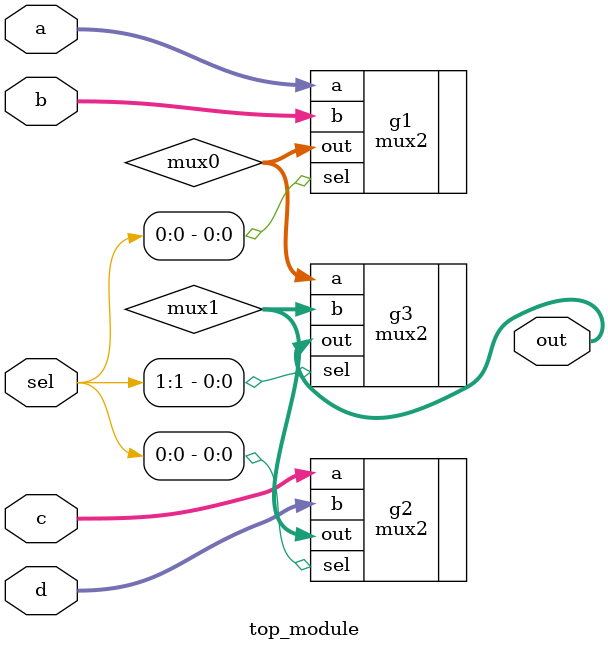
<source format=v>
module top_module (
    input [1:0] sel,
    input [7:0] a,
    input [7:0] b,
    input [7:0] c,
    input [7:0] d,
    output reg [7:0] out
);

    wire [7:0] mux0, mux1;
    mux2 g1 (.sel(sel[0]), .a(a), .b(b), .out(mux0));
    mux2 g2 (.sel(sel[0]), .a(c), .b(d), .out(mux1));
    mux2 g3 (.sel(sel[1]), .a(mux0), .b(mux1), .out(out));

endmodule


</source>
